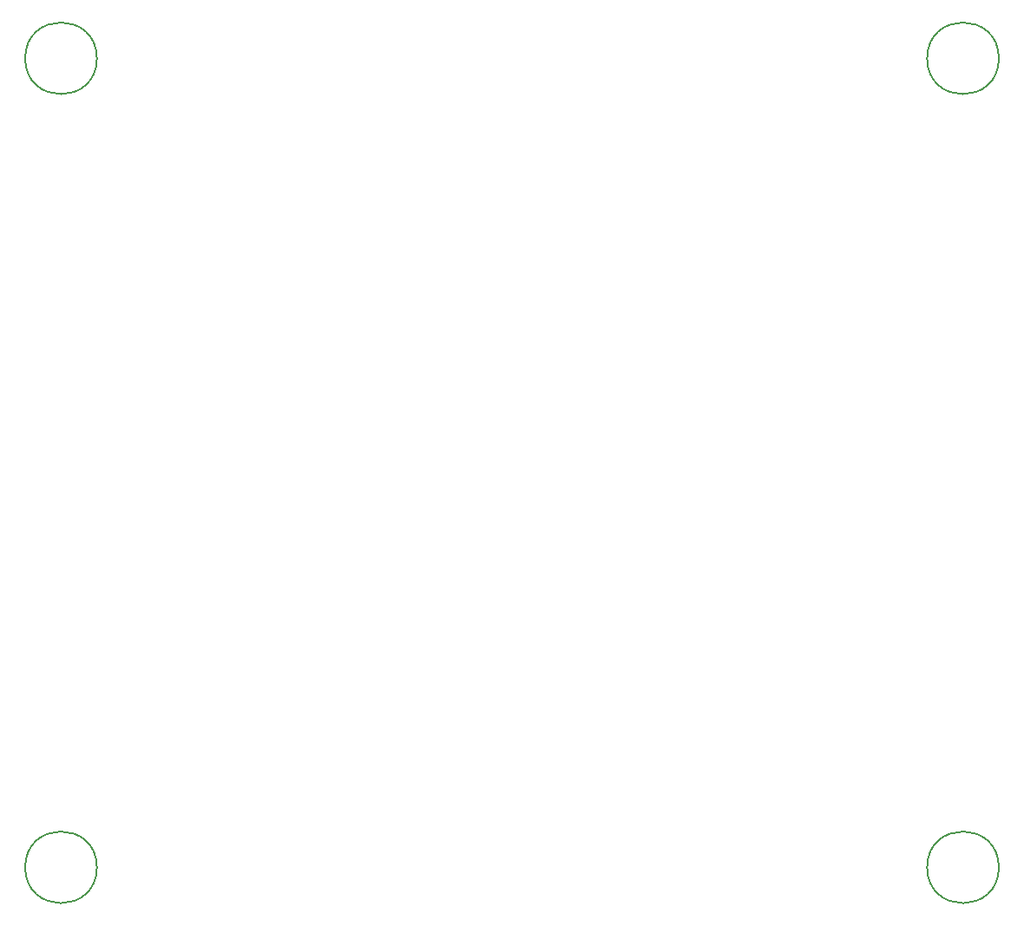
<source format=gbr>
G04 #@! TF.GenerationSoftware,KiCad,Pcbnew,6.0.9-8da3e8f707~116~ubuntu22.04.1*
G04 #@! TF.CreationDate,2022-11-12T12:36:30-05:00*
G04 #@! TF.ProjectId,dso138,64736f31-3338-42e6-9b69-6361645f7063,rev?*
G04 #@! TF.SameCoordinates,Original*
G04 #@! TF.FileFunction,Other,Comment*
%FSLAX46Y46*%
G04 Gerber Fmt 4.6, Leading zero omitted, Abs format (unit mm)*
G04 Created by KiCad (PCBNEW 6.0.9-8da3e8f707~116~ubuntu22.04.1) date 2022-11-12 12:36:30*
%MOMM*%
%LPD*%
G01*
G04 APERTURE LIST*
%ADD10C,0.150000*%
G04 APERTURE END LIST*
D10*
G04 #@! TO.C,H4*
X147500000Y-162000000D02*
G75*
G03*
X147500000Y-162000000I-3500000J0D01*
G01*
G04 #@! TO.C,H2*
X147500000Y-83000000D02*
G75*
G03*
X147500000Y-83000000I-3500000J0D01*
G01*
G04 #@! TO.C,H3*
X59500000Y-162000000D02*
G75*
G03*
X59500000Y-162000000I-3500000J0D01*
G01*
G04 #@! TO.C,H1*
X59500000Y-83000000D02*
G75*
G03*
X59500000Y-83000000I-3500000J0D01*
G01*
G04 #@! TD*
M02*

</source>
